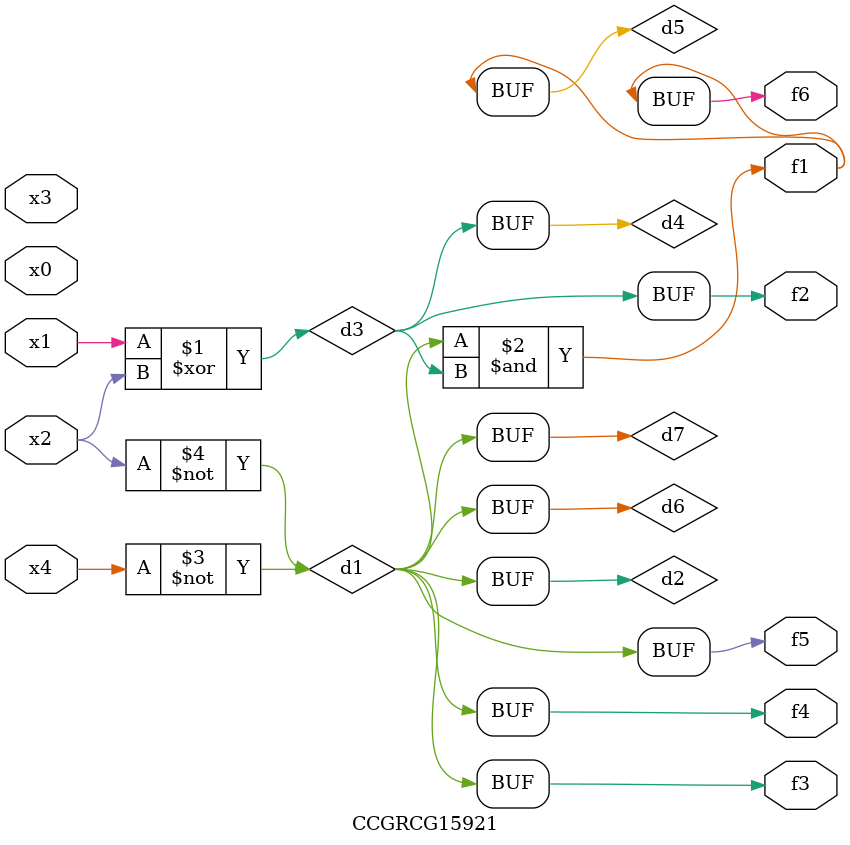
<source format=v>
module CCGRCG15921(
	input x0, x1, x2, x3, x4,
	output f1, f2, f3, f4, f5, f6
);

	wire d1, d2, d3, d4, d5, d6, d7;

	not (d1, x4);
	not (d2, x2);
	xor (d3, x1, x2);
	buf (d4, d3);
	and (d5, d1, d3);
	buf (d6, d1, d2);
	buf (d7, d2);
	assign f1 = d5;
	assign f2 = d4;
	assign f3 = d7;
	assign f4 = d7;
	assign f5 = d7;
	assign f6 = d5;
endmodule

</source>
